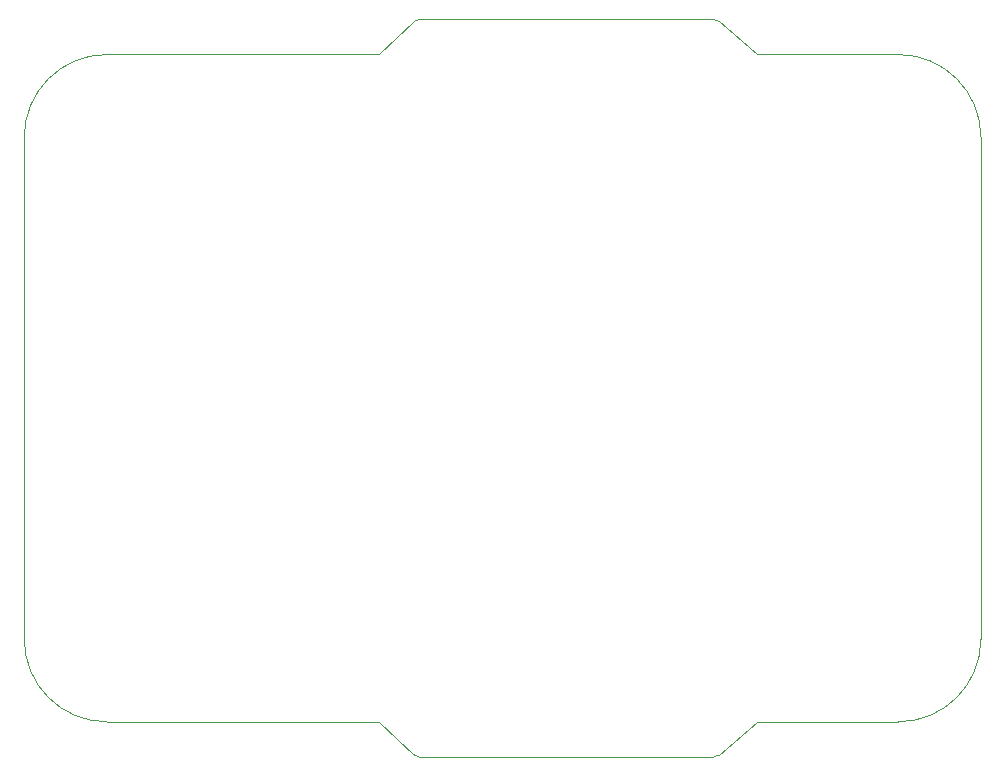
<source format=gm1>
%TF.GenerationSoftware,KiCad,Pcbnew,8.0.7*%
%TF.CreationDate,2025-02-11T17:28:11+05:30*%
%TF.ProjectId,Program Counter,50726f67-7261-46d2-9043-6f756e746572,rev?*%
%TF.SameCoordinates,Original*%
%TF.FileFunction,Profile,NP*%
%FSLAX46Y46*%
G04 Gerber Fmt 4.6, Leading zero omitted, Abs format (unit mm)*
G04 Created by KiCad (PCBNEW 8.0.7) date 2025-02-11 17:28:11*
%MOMM*%
%LPD*%
G01*
G04 APERTURE LIST*
%TA.AperFunction,Profile*%
%ADD10C,0.050000*%
%TD*%
G04 APERTURE END LIST*
D10*
X152829402Y-46707107D02*
X156000000Y-49500000D01*
X152329403Y-46500000D02*
G75*
G02*
X152829400Y-46707109I-3J-707100D01*
G01*
X156000000Y-49500000D02*
X168000000Y-49500000D01*
X94000000Y-56500000D02*
X94000000Y-99000000D01*
X152829402Y-108792893D02*
G75*
G02*
X152329403Y-109000003I-500002J499993D01*
G01*
X124000000Y-49500000D02*
X127000001Y-46707107D01*
X175000000Y-99000000D02*
G75*
G02*
X168000000Y-106000000I-7000000J0D01*
G01*
X124000000Y-106000000D02*
X127000001Y-108792893D01*
X152829402Y-108792893D02*
X156000000Y-106000000D01*
X127000001Y-46707107D02*
G75*
G02*
X127500000Y-46499999I499999J-499993D01*
G01*
X94000000Y-56500000D02*
G75*
G02*
X101000000Y-49500000I7000000J0D01*
G01*
X101000000Y-106000000D02*
G75*
G02*
X94000000Y-99000000I0J7000000D01*
G01*
X156000000Y-106000000D02*
X168000000Y-106000000D01*
X127500000Y-109000000D02*
G75*
G02*
X127000002Y-108792892I0J707100D01*
G01*
X127500000Y-46500000D02*
X152329403Y-46500000D01*
X168000000Y-49500000D02*
G75*
G02*
X175000000Y-56500000I0J-7000000D01*
G01*
X175000000Y-56500000D02*
X175000000Y-99000000D01*
X101000000Y-49500000D02*
X124000000Y-49500000D01*
X101000000Y-106000000D02*
X124000000Y-106000000D01*
X127500000Y-109000000D02*
X152329403Y-109000000D01*
M02*

</source>
